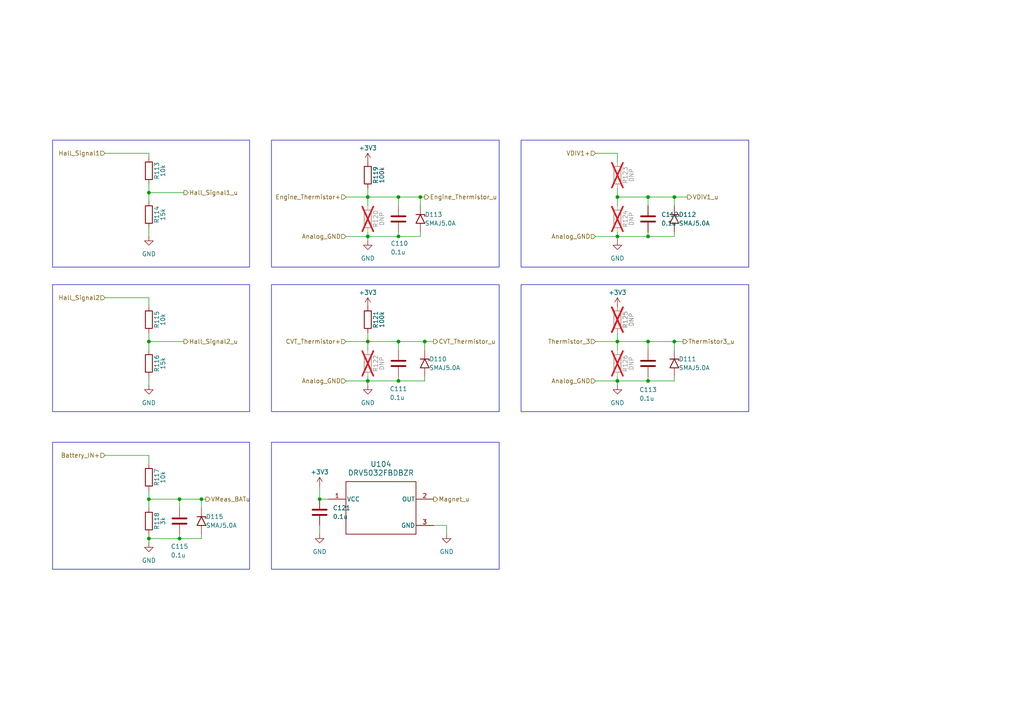
<source format=kicad_sch>
(kicad_sch (version 20231120) (generator "eeschema") (generator_version "8.0")
  (paper "A4")
  (title_block (date "2025-02-11"))
  (lib_symbols
    (symbol "DRV5032:DRV5032FBDBZR" (pin_names (offset 0.254))
      (property "Reference" "U" (at 0 2.54 0))
      (property "Value" "DRV5032FBDBZR" (at 0 0 0))
      (symbol "DRV5032FBDBZR_0_1"
        (polyline (pts (xy 5.08 -10.16) (xy 25.4 -10.16)) (stroke (width 0.2032)))
        (polyline (pts (xy 5.08 5.08) (xy 5.08 -10.16)) (stroke (width 0.2032)))
        (polyline (pts (xy 25.4 -10.16) (xy 25.4 5.08)) (stroke (width 0.2032)))
        (polyline (pts (xy 25.4 5.08) (xy 5.08 5.08)) (stroke (width 0.2032)))
        (pin power_in line (at 0 0 0) (length 5.08) (name "VCC") (number "1"))
        (pin open_collector line (at 30.48 0 180) (length 5.08) (name "OUT") (number "2"))
        (pin power_in line (at 30.48 -7.62 180) (length 5.08) (name "GND") (number "3"))
      )
    )
    (symbol "Device:C" (pin_numbers hide) (pin_names (offset 0.254))
      (property "Reference" "C" (at 0.635 2.54 0))
      (property "Value" "C" (at 0.635 -2.54 0))
      (symbol "C_0_1"
        (polyline (pts (xy -2.032 -0.762) (xy 2.032 -0.762)) (stroke (width 0.508)))
        (polyline (pts (xy -2.032 0.762) (xy 2.032 0.762)) (stroke (width 0.508)))
      )
      (symbol "C_1_1"
        (pin passive line (at 0 3.81 270) (length 2.794) (name "~") (number "1"))
        (pin passive line (at 0 -3.81 90) (length 2.794) (name "~") (number "2"))
      )
    )
    (symbol "Device:R" (pin_numbers hide) (pin_names (offset 0))
      (property "Reference" "R" (at 2.032 0 90))
      (property "Value" "R" (at 0 0 90))
      (symbol "R_0_1"
        (rectangle (start -1.016 -2.54) (end 1.016 2.54) (stroke (width 0.254)))
      )
      (symbol "R_1_1"
        (pin passive line (at 0 3.81 270) (length 1.27) (name "~") (number "1"))
        (pin passive line (at 0 -3.81 90) (length 1.27) (name "~") (number "2"))
      )
    )
    (symbol "Diode:SMAJ5.0A" (pin_numbers hide) (pin_names (offset 1.016) hide)
      (property "Reference" "D" (at 0 2.54 0))
      (property "Value" "SMAJ5.0A" (at 0 -2.54 0))
      (symbol "SMAJ5.0A_0_1"
        (polyline (pts (xy -0.762 1.27) (xy -1.27 1.27) (xy -1.27 -1.27)) (stroke (width 0.254)))
        (polyline (pts (xy 1.27 1.27) (xy 1.27 -1.27) (xy -1.27 0) (xy 1.27 1.27)) (stroke (width 0.254)))
      )
      (symbol "SMAJ5.0A_1_1"
        (pin passive line (at -3.81 0 0) (length 2.54) (name "A1") (number "1"))
        (pin passive line (at 3.81 0 180) (length 2.54) (name "A2") (number "2"))
      )
    )
    (symbol "power:+3V3" (power) (pin_numbers hide) (pin_names (offset 0) hide)
      (property "Value" "+3V3" (at 0 3.556 0))
      (symbol "+3V3_0_1"
        (polyline (pts (xy -0.762 1.27) (xy 0 2.54)))
        (polyline (pts (xy 0 0) (xy 0 2.54)))
        (polyline (pts (xy 0 2.54) (xy 0.762 1.27)))
      )
      (symbol "+3V3_1_1"
        (pin power_in line (at 0 0 90) (length 0) (name "~") (number "1"))
      )
    )
    (symbol "power:GND" (power) (pin_numbers hide) (pin_names (offset 0) hide)
      (property "Value" "GND" (at 0 -3.81 0))
      (symbol "GND_0_1"
        (polyline (pts (xy 0 0) (xy 0 -1.27) (xy 1.27 -1.27) (xy 0 -2.54) (xy -1.27 -1.27) (xy 0 -1.27)))
      )
      (symbol "GND_1_1"
        (pin power_in line (at 0 0 270) (length 0) (name "~") (number "1"))
      )
    )
  )
  (junction (at 106.68 57.15))
  (junction (at 43.18 55.88))
  (junction (at 187.96 110.49))
  (junction (at 43.18 144.78))
  (junction (at 115.57 57.15))
  (junction (at 195.58 57.15))
  (junction (at 43.18 99.06))
  (junction (at 179.07 57.15))
  (junction (at 179.07 68.58))
  (junction (at 187.96 68.58))
  (junction (at 92.71 144.78))
  (junction (at 106.68 68.58))
  (junction (at 187.96 57.15))
  (junction (at 179.07 110.49))
  (junction (at 121.92 57.15))
  (junction (at 187.96 99.06))
  (junction (at 52.07 144.78))
  (junction (at 115.57 110.49))
  (junction (at 43.18 156.21))
  (junction (at 58.42 144.78))
  (junction (at 179.07 99.06))
  (junction (at 106.68 99.06))
  (junction (at 52.07 156.21))
  (junction (at 195.58 99.06))
  (junction (at 115.57 68.58))
  (junction (at 123.19 99.06))
  (junction (at 115.57 99.06))
  (junction (at 106.68 110.49))
  (wire (pts (xy 115.57 67.31) (xy 115.57 68.58)))
  (wire (pts (xy 43.18 44.45) (xy 43.18 45.72)))
  (wire (pts (xy 129.54 154.94) (xy 129.54 152.4)))
  (wire (pts (xy 106.68 57.15) (xy 115.57 57.15)))
  (wire (pts (xy 129.54 152.4) (xy 125.73 152.4)))
  (wire (pts (xy 106.68 54.61) (xy 106.68 57.15)))
  (wire (pts (xy 115.57 110.49) (xy 106.68 110.49)))
  (wire (pts (xy 43.18 55.88) (xy 43.18 58.42)))
  (wire (pts (xy 179.07 110.49) (xy 179.07 111.76)))
  (wire (pts (xy 123.19 109.22) (xy 123.19 110.49)))
  (wire (pts (xy 172.72 110.49) (xy 179.07 110.49)))
  (wire (pts (xy 92.71 144.78) (xy 95.25 144.78)))
  (wire (pts (xy 179.07 54.61) (xy 179.07 57.15)))
  (wire (pts (xy 115.57 99.06) (xy 115.57 101.6)))
  (wire (pts (xy 179.07 99.06) (xy 179.07 101.6)))
  (wire (pts (xy 172.72 68.58) (xy 179.07 68.58)))
  (wire (pts (xy 123.19 99.06) (xy 125.73 99.06)))
  (wire (pts (xy 43.18 99.06) (xy 43.18 101.6)))
  (wire (pts (xy 115.57 68.58) (xy 106.68 68.58)))
  (wire (pts (xy 187.96 67.31) (xy 187.96 68.58)))
  (wire (pts (xy 115.57 109.22) (xy 115.57 110.49)))
  (wire (pts (xy 43.18 132.08) (xy 43.18 134.62)))
  (wire (pts (xy 195.58 67.31) (xy 195.58 68.58)))
  (wire (pts (xy 43.18 53.34) (xy 43.18 55.88)))
  (wire (pts (xy 172.72 44.45) (xy 179.07 44.45)))
  (wire (pts (xy 43.18 99.06) (xy 53.34 99.06)))
  (wire (pts (xy 30.48 44.45) (xy 43.18 44.45)))
  (wire (pts (xy 58.42 144.78) (xy 58.42 147.32)))
  (wire (pts (xy 195.58 99.06) (xy 198.12 99.06)))
  (wire (pts (xy 43.18 156.21) (xy 52.07 156.21)))
  (wire (pts (xy 92.71 140.97) (xy 92.71 144.78)))
  (wire (pts (xy 43.18 144.78) (xy 52.07 144.78)))
  (wire (pts (xy 106.68 68.58) (xy 106.68 69.85)))
  (wire (pts (xy 123.19 110.49) (xy 115.57 110.49)))
  (wire (pts (xy 30.48 86.36) (xy 43.18 86.36)))
  (wire (pts (xy 43.18 156.21) (xy 43.18 157.48)))
  (wire (pts (xy 106.68 110.49) (xy 106.68 111.76)))
  (wire (pts (xy 179.07 67.31) (xy 179.07 68.58)))
  (wire (pts (xy 100.33 110.49) (xy 106.68 110.49)))
  (wire (pts (xy 195.58 68.58) (xy 187.96 68.58)))
  (wire (pts (xy 100.33 57.15) (xy 106.68 57.15)))
  (wire (pts (xy 58.42 144.78) (xy 59.69 144.78)))
  (wire (pts (xy 106.68 109.22) (xy 106.68 110.49)))
  (wire (pts (xy 43.18 55.88) (xy 53.34 55.88)))
  (wire (pts (xy 115.57 57.15) (xy 121.92 57.15)))
  (wire (pts (xy 43.18 154.94) (xy 43.18 156.21)))
  (wire (pts (xy 121.92 67.31) (xy 121.92 68.58)))
  (wire (pts (xy 92.71 152.4) (xy 92.71 154.94)))
  (wire (pts (xy 187.96 57.15) (xy 195.58 57.15)))
  (wire (pts (xy 195.58 57.15) (xy 199.39 57.15)))
  (wire (pts (xy 179.07 96.52) (xy 179.07 99.06)))
  (wire (pts (xy 172.72 99.06) (xy 179.07 99.06)))
  (wire (pts (xy 43.18 96.52) (xy 43.18 99.06)))
  (wire (pts (xy 123.19 99.06) (xy 123.19 101.6)))
  (wire (pts (xy 195.58 109.22) (xy 195.58 110.49)))
  (wire (pts (xy 106.68 96.52) (xy 106.68 99.06)))
  (wire (pts (xy 179.07 109.22) (xy 179.07 110.49)))
  (wire (pts (xy 195.58 99.06) (xy 195.58 101.6)))
  (wire (pts (xy 187.96 57.15) (xy 187.96 59.69)))
  (wire (pts (xy 121.92 57.15) (xy 121.92 59.69)))
  (wire (pts (xy 187.96 110.49) (xy 195.58 110.49)))
  (wire (pts (xy 52.07 154.94) (xy 52.07 156.21)))
  (wire (pts (xy 179.07 68.58) (xy 179.07 69.85)))
  (wire (pts (xy 43.18 144.78) (xy 43.18 147.32)))
  (wire (pts (xy 115.57 57.15) (xy 115.57 59.69)))
  (wire (pts (xy 179.07 44.45) (xy 179.07 46.99)))
  (wire (pts (xy 179.07 99.06) (xy 187.96 99.06)))
  (wire (pts (xy 187.96 109.22) (xy 187.96 110.49)))
  (wire (pts (xy 195.58 57.15) (xy 195.58 59.69)))
  (wire (pts (xy 187.96 99.06) (xy 187.96 101.6)))
  (wire (pts (xy 30.48 132.08) (xy 43.18 132.08)))
  (wire (pts (xy 121.92 57.15) (xy 123.19 57.15)))
  (wire (pts (xy 100.33 99.06) (xy 106.68 99.06)))
  (wire (pts (xy 106.68 99.06) (xy 115.57 99.06)))
  (wire (pts (xy 100.33 68.58) (xy 106.68 68.58)))
  (wire (pts (xy 58.42 156.21) (xy 52.07 156.21)))
  (wire (pts (xy 187.96 110.49) (xy 179.07 110.49)))
  (wire (pts (xy 179.07 57.15) (xy 187.96 57.15)))
  (wire (pts (xy 52.07 144.78) (xy 58.42 144.78)))
  (wire (pts (xy 179.07 57.15) (xy 179.07 59.69)))
  (wire (pts (xy 58.42 154.94) (xy 58.42 156.21)))
  (wire (pts (xy 43.18 109.22) (xy 43.18 111.76)))
  (wire (pts (xy 106.68 57.15) (xy 106.68 59.69)))
  (wire (pts (xy 52.07 144.78) (xy 52.07 147.32)))
  (wire (pts (xy 187.96 99.06) (xy 195.58 99.06)))
  (wire (pts (xy 43.18 66.04) (xy 43.18 68.58)))
  (wire (pts (xy 115.57 99.06) (xy 123.19 99.06)))
  (wire (pts (xy 115.57 68.58) (xy 121.92 68.58)))
  (wire (pts (xy 187.96 68.58) (xy 179.07 68.58)))
  (wire (pts (xy 106.68 67.31) (xy 106.68 68.58)))
  (wire (pts (xy 43.18 142.24) (xy 43.18 144.78)))
  (wire (pts (xy 43.18 86.36) (xy 43.18 88.9)))
  (wire (pts (xy 106.68 99.06) (xy 106.68 101.6)))
  (rectangle (start 15.24 82.55) (end 72.39 119.38))
  (rectangle (start 15.24 40.64) (end 72.39 77.47))
  (rectangle (start 15.24 128.27) (end 72.39 165.1))
  (rectangle (start 78.74 128.27) (end 144.78 165.1))
  (rectangle (start 151.13 40.64) (end 217.17 77.47))
  (rectangle (start 78.74 40.64) (end 144.78 77.47))
  (rectangle (start 151.13 82.55) (end 217.17 119.38))
  (rectangle (start 78.74 82.55) (end 144.78 119.38))
  (hierarchical_label "VMeas_BATu" (shape output) (at 59.69 144.78 0))
  (hierarchical_label "VDIV1_u" (shape output) (at 199.39 57.15 0))
  (hierarchical_label "Thermistor_3" (shape input) (at 172.72 99.06 180))
  (hierarchical_label "Hall_Signal1" (shape input) (at 30.48 44.45 180))
  (hierarchical_label "VDIV1+" (shape input) (at 172.72 44.45 180))
  (hierarchical_label "CVT_Thermistor+" (shape input) (at 100.33 99.06 180))
  (hierarchical_label "Battery_IN+" (shape input) (at 30.48 132.08 180))
  (hierarchical_label "Hall_Signal2_u" (shape output) (at 53.34 99.06 0))
  (hierarchical_label "Analog_GND" (shape input) (at 100.33 110.49 180))
  (hierarchical_label "CVT_Thermistor_u" (shape output) (at 125.73 99.06 0))
  (hierarchical_label "Engine_Thermistor_u" (shape output) (at 123.19 57.15 0))
  (hierarchical_label "Analog_GND" (shape input) (at 172.72 110.49 180))
  (hierarchical_label "Magnet_u" (shape output) (at 125.73 144.78 0))
  (hierarchical_label "Hall_Signal1_u" (shape output) (at 53.34 55.88 0))
  (hierarchical_label "Thermistor3_u" (shape output) (at 198.12 99.06 0))
  (hierarchical_label "Analog_GND" (shape input) (at 100.33 68.58 180))
  (hierarchical_label "Analog_GND" (shape input) (at 172.72 68.58 180))
  (hierarchical_label "Engine_Thermistor+" (shape input) (at 100.33 57.15 180))
  (hierarchical_label "Hall_Signal2" (shape input) (at 30.48 86.36 180))
  (symbol (lib_id "Device:R") (at 179.07 105.41 180) (unit 1) (dnp yes)
    (property "Reference" "R126" (at 181.356 105.41 90))
    (property "Value" "DNP" (at 183.134 105.41 90))
    (property "Footprint" "Resistor_SMD:R_0603_1608Metric_Pad0.98x0.95mm_HandSolder" (effects (hide yes)))
    (property "Description" "Resistor" (effects (hide yes)))
  )
  (symbol (lib_id "power:GND") (at 43.18 111.76 0) (unit 1)
    (property "Reference" "#PWR0126" (effects (hide yes)))
    (property "Value" "GND" (at 43.18 116.84 0))
    (property "Description" "Power symbol creates a global label with name \"GND\" , ground" (effects (hide yes)))
  )
  (symbol (lib_id "Diode:SMAJ5.0A") (at 195.58 105.41 270) (unit 1)
    (property "Reference" "D111" (at 196.85 104.14 90) (effects (justify left)))
    (property "Value" "SMAJ5.0A" (at 196.85 106.68 90) (effects (justify left)))
    (property "Footprint" "Diode_SMD:D_SMA" (effects (hide yes)))
    (property "Datasheet" "https://www.littelfuse.com/media?resourcetype=datasheets&itemid=75e32973-b177-4ee3-a0ff-cedaf1abdb93&filename=smaj-datasheet" (effects (hide yes)))
    (property "Description" "400W unidirectional Transient Voltage Suppressor, 5.0Vr, SMA(DO-214AC)" (effects (hide yes)))
    (property "DIGIKEY LINK" "https://www.digikey.com/en/products/detail/littelfuse-inc/SMAJ5-0A/762250" (effects (hide yes)))
  )
  (symbol (lib_id "Device:R") (at 106.68 63.5 180) (unit 1) (dnp yes)
    (property "Reference" "R120" (at 108.966 63.5 90))
    (property "Value" "DNP" (at 110.744 63.5 90))
    (property "Footprint" "Resistor_SMD:R_0603_1608Metric_Pad0.98x0.95mm_HandSolder" (effects (hide yes)))
    (property "Description" "Resistor" (effects (hide yes)))
  )
  (symbol (lib_id "power:GND") (at 179.07 69.85 0) (unit 1)
    (property "Reference" "#PWR0119" (effects (hide yes)))
    (property "Value" "GND" (at 179.07 74.93 0))
    (property "Description" "Power symbol creates a global label with name \"GND\" , ground" (effects (hide yes)))
  )
  (symbol (lib_id "Device:R") (at 179.07 92.71 180) (unit 1) (dnp yes)
    (property "Reference" "R125" (at 181.356 92.71 90))
    (property "Value" "DNP" (at 183.134 92.71 90))
    (property "Footprint" "Resistor_SMD:R_0603_1608Metric_Pad0.98x0.95mm_HandSolder" (effects (hide yes)))
    (property "Description" "Resistor" (effects (hide yes)))
  )
  (symbol (lib_id "DRV5032:DRV5032FBDBZR") (at 95.25 144.78 0) (unit 1)
    (property "Reference" "U104" (at 110.49 134.62 0) (effects (font (size 1.524 1.524))))
    (property "Value" "DRV5032FBDBZR" (at 110.49 137.16 0) (effects (font (size 1.524 1.524))))
    (property "Footprint" "DRV5032:DBZ0003A-IPC_A" (effects (hide yes)))
    (property "Datasheet" "DRV5032FBDBZR" (effects (hide yes)))
    (property "DIGIKEY LINK" "https://www.digikey.com/en/products/detail/texas-instruments/DRV5032FBDBZR/7173718" (effects (hide yes)))
  )
  (symbol (lib_id "Device:R") (at 179.07 63.5 180) (unit 1) (dnp yes)
    (property "Reference" "R124" (at 181.356 63.5 90))
    (property "Value" "DNP" (at 183.134 63.5 90))
    (property "Footprint" "Resistor_SMD:R_0603_1608Metric_Pad0.98x0.95mm_HandSolder" (effects (hide yes)))
    (property "Description" "Resistor" (effects (hide yes)))
  )
  (symbol (lib_id "power:+3V3") (at 106.68 88.9 0) (unit 1)
    (property "Reference" "#PWR0116" (effects (hide yes)))
    (property "Value" "+3V3" (at 106.68 84.836 0))
    (property "Description" "Power symbol creates a global label with name \"+3V3\"" (effects (hide yes)))
  )
  (symbol (lib_id "power:GND") (at 43.18 68.58 0) (unit 1)
    (property "Reference" "#PWR0125" (effects (hide yes)))
    (property "Value" "GND" (at 43.18 73.66 0))
    (property "Description" "Power symbol creates a global label with name \"GND\" , ground" (effects (hide yes)))
  )
  (symbol (lib_id "power:GND") (at 43.18 157.48 0) (unit 1)
    (property "Reference" "#PWR0127" (effects (hide yes)))
    (property "Value" "GND" (at 43.18 162.56 0))
    (property "Description" "Power symbol creates a global label with name \"GND\" , ground" (effects (hide yes)))
  )
  (symbol (lib_id "Device:C") (at 115.57 63.5 0) (unit 1)
    (property "Reference" "C110" (at 113.284 70.612 0) (effects (justify left)))
    (property "Value" "0.1u" (at 113.284 73.152 0) (effects (justify left)))
    (property "Footprint" "Capacitor_SMD:C_0603_1608Metric_Pad1.08x0.95mm_HandSolder" (effects (hide yes)))
    (property "Description" "Unpolarized capacitor" (effects (hide yes)))
    (property "DIGIKEY LINK" "https://www.digikey.com/en/products/detail/murata-electronics/GCJ188R71E104KA12D/7363221" (effects (hide yes)))
  )
  (symbol (lib_id "Device:R") (at 106.68 50.8 180) (unit 1)
    (property "Reference" "R119" (at 108.966 50.8 90))
    (property "Value" "100k" (at 110.744 50.8 90))
    (property "Footprint" "Resistor_SMD:R_0603_1608Metric_Pad0.98x0.95mm_HandSolder" (effects (hide yes)))
    (property "Description" "Resistor" (effects (hide yes)))
    (property "DIGIKEY LINK" "https://www.digikey.com/en/products/detail/yageo/RC0603FR-07100KL/726889" (effects (hide yes)))
  )
  (symbol (lib_id "power:+3V3") (at 92.71 140.97 0) (unit 1)
    (property "Reference" "#PWR0152" (effects (hide yes)))
    (property "Value" "+3V3" (at 92.71 136.906 0))
    (property "Description" "Power symbol creates a global label with name \"+3V3\"" (effects (hide yes)))
  )
  (symbol (lib_id "Device:C") (at 115.57 105.41 0) (unit 1)
    (property "Reference" "C111" (at 113.03 112.776 0) (effects (justify left)))
    (property "Value" "0.1u" (at 113.03 115.316 0) (effects (justify left)))
    (property "Footprint" "Capacitor_SMD:C_0603_1608Metric_Pad1.08x0.95mm_HandSolder" (effects (hide yes)))
    (property "Description" "Unpolarized capacitor" (effects (hide yes)))
    (property "DIGIKEY LINK" "https://www.digikey.com/en/products/detail/murata-electronics/GCJ188R71E104KA12D/7363221" (effects (hide yes)))
  )
  (symbol (lib_id "Diode:SMAJ5.0A") (at 121.92 63.5 270) (unit 1)
    (property "Reference" "D113" (at 123.19 62.23 90) (effects (justify left)))
    (property "Value" "SMAJ5.0A" (at 123.19 64.77 90) (effects (justify left)))
    (property "Footprint" "Diode_SMD:D_SMA" (effects (hide yes)))
    (property "Datasheet" "https://www.littelfuse.com/media?resourcetype=datasheets&itemid=75e32973-b177-4ee3-a0ff-cedaf1abdb93&filename=smaj-datasheet" (effects (hide yes)))
    (property "Description" "400W unidirectional Transient Voltage Suppressor, 5.0Vr, SMA(DO-214AC)" (effects (hide yes)))
    (property "DIGIKEY LINK" "https://www.digikey.com/en/products/detail/littelfuse-inc/SMAJ5-0A/762250" (effects (hide yes)))
  )
  (symbol (lib_id "Device:C") (at 187.96 105.41 0) (unit 1)
    (property "Reference" "C113" (at 185.42 113.03 0) (effects (justify left)))
    (property "Value" "0.1u" (at 185.42 115.57 0) (effects (justify left)))
    (property "Footprint" "Capacitor_SMD:C_0603_1608Metric_Pad1.08x0.95mm_HandSolder" (effects (hide yes)))
    (property "Description" "Unpolarized capacitor" (effects (hide yes)))
    (property "DIGIKEY LINK" "https://www.digikey.com/en/products/detail/murata-electronics/GCJ188R71E104KA12D/7363221" (effects (hide yes)))
  )
  (symbol (lib_id "Device:R") (at 106.68 105.41 180) (unit 1) (dnp yes)
    (property "Reference" "R122" (at 108.966 105.41 90))
    (property "Value" "DNP" (at 110.744 105.41 90))
    (property "Footprint" "Resistor_SMD:R_0603_1608Metric_Pad0.98x0.95mm_HandSolder" (effects (hide yes)))
    (property "Description" "Resistor" (effects (hide yes)))
  )
  (symbol (lib_id "power:GND") (at 106.68 69.85 0) (unit 1)
    (property "Reference" "#PWR0114" (effects (hide yes)))
    (property "Value" "GND" (at 106.68 74.93 0))
    (property "Description" "Power symbol creates a global label with name \"GND\" , ground" (effects (hide yes)))
  )
  (symbol (lib_id "power:+3V3") (at 106.68 46.99 0) (unit 1)
    (property "Reference" "#PWR0115" (effects (hide yes)))
    (property "Value" "+3V3" (at 106.68 42.926 0))
    (property "Description" "Power symbol creates a global label with name \"+3V3\"" (effects (hide yes)))
  )
  (symbol (lib_id "Device:C") (at 92.71 148.59 0) (unit 1)
    (property "Reference" "C121" (at 96.52 147.3199 0) (effects (justify left)))
    (property "Value" "0.1u" (at 96.52 149.8599 0) (effects (justify left)))
    (property "Footprint" "Capacitor_SMD:C_0603_1608Metric_Pad1.08x0.95mm_HandSolder" (effects (hide yes)))
    (property "Description" "Unpolarized capacitor" (effects (hide yes)))
    (property "DIGIKEY LINK" "https://www.digikey.com/en/products/detail/murata-electronics/GCJ188R71E104KA12D/7363221" (effects (hide yes)))
  )
  (symbol (lib_id "Diode:SMAJ5.0A") (at 58.42 151.13 270) (unit 1)
    (property "Reference" "D115" (at 59.69 149.86 90) (effects (justify left)))
    (property "Value" "SMAJ5.0A" (at 59.69 152.4 90) (effects (justify left)))
    (property "Footprint" "Diode_SMD:D_SMA" (effects (hide yes)))
    (property "Datasheet" "https://www.littelfuse.com/media?resourcetype=datasheets&itemid=75e32973-b177-4ee3-a0ff-cedaf1abdb93&filename=smaj-datasheet" (effects (hide yes)))
    (property "Description" "400W unidirectional Transient Voltage Suppressor, 5.0Vr, SMA(DO-214AC)" (effects (hide yes)))
    (property "DIGIKEY LINK" "https://www.digikey.com/en/products/detail/littelfuse-inc/SMAJ5-0A/762250" (effects (hide yes)))
  )
  (symbol (lib_id "Device:C") (at 52.07 151.13 0) (unit 1)
    (property "Reference" "C115" (at 49.53 158.496 0) (effects (justify left)))
    (property "Value" "0.1u" (at 49.53 161.036 0) (effects (justify left)))
    (property "Footprint" "Capacitor_SMD:C_0603_1608Metric_Pad1.08x0.95mm_HandSolder" (effects (hide yes)))
    (property "Description" "Unpolarized capacitor" (effects (hide yes)))
    (property "DIGIKEY LINK" "https://www.digikey.com/en/products/detail/murata-electronics/GCJ188R71E104KA12D/7363221" (effects (hide yes)))
  )
  (symbol (lib_id "Device:R") (at 179.07 50.8 180) (unit 1) (dnp yes)
    (property "Reference" "R123" (at 181.356 50.8 90))
    (property "Value" "DNP" (at 183.134 50.8 90))
    (property "Footprint" "Resistor_SMD:R_0603_1608Metric_Pad0.98x0.95mm_HandSolder" (effects (hide yes)))
    (property "Description" "Resistor" (effects (hide yes)))
  )
  (symbol (lib_id "Device:R") (at 43.18 105.41 180) (unit 1)
    (property "Reference" "R116" (at 45.466 105.41 90))
    (property "Value" "15k" (at 47.244 105.41 90))
    (property "Footprint" "Resistor_SMD:R_0603_1608Metric_Pad0.98x0.95mm_HandSolder" (effects (hide yes)))
    (property "Description" "Resistor" (effects (hide yes)))
    (property "DIGIKEY LINK" "https://www.digikey.com/en/products/detail/yageo/RC0603FR-0715KL/726953" (effects (hide yes)))
  )
  (symbol (lib_id "power:GND") (at 106.68 111.76 0) (unit 1)
    (property "Reference" "#PWR0117" (effects (hide yes)))
    (property "Value" "GND" (at 106.68 116.84 0))
    (property "Description" "Power symbol creates a global label with name \"GND\" , ground" (effects (hide yes)))
  )
  (symbol (lib_id "Device:C") (at 187.96 63.5 0) (unit 1)
    (property "Reference" "C112" (at 191.77 62.2299 0) (effects (justify left)))
    (property "Value" "0.1u" (at 191.77 64.7699 0) (effects (justify left)))
    (property "Footprint" "Capacitor_SMD:C_0603_1608Metric_Pad1.08x0.95mm_HandSolder" (effects (hide yes)))
    (property "Description" "Unpolarized capacitor" (effects (hide yes)))
    (property "DIGIKEY LINK" "https://www.digikey.com/en/products/detail/murata-electronics/GCJ188R71E104KA12D/7363221" (effects (hide yes)))
  )
  (symbol (lib_id "Device:R") (at 43.18 49.53 180) (unit 1)
    (property "Reference" "R113" (at 45.466 49.53 90))
    (property "Value" "10k" (at 47.244 49.53 90))
    (property "Footprint" "Resistor_SMD:R_0603_1608Metric_Pad0.98x0.95mm_HandSolder" (effects (hide yes)))
    (property "Description" "Resistor" (effects (hide yes)))
    (property "DIGIKEY LINK" "https://www.digikey.com/en/products/detail/yageo/RC0603FR-0710KL/726880" (effects (hide yes)))
  )
  (symbol (lib_id "Diode:SMAJ5.0A") (at 195.58 63.5 270) (unit 1)
    (property "Reference" "D112" (at 196.85 62.23 90) (effects (justify left)))
    (property "Value" "SMAJ5.0A" (at 196.85 64.77 90) (effects (justify left)))
    (property "Footprint" "Diode_SMD:D_SMA" (effects (hide yes)))
    (property "Datasheet" "https://www.littelfuse.com/media?resourcetype=datasheets&itemid=75e32973-b177-4ee3-a0ff-cedaf1abdb93&filename=smaj-datasheet" (effects (hide yes)))
    (property "Description" "400W unidirectional Transient Voltage Suppressor, 5.0Vr, SMA(DO-214AC)" (effects (hide yes)))
    (property "DIGIKEY LINK" "https://www.digikey.com/en/products/detail/littelfuse-inc/SMAJ5-0A/762250" (effects (hide yes)))
  )
  (symbol (lib_id "Device:R") (at 106.68 92.71 180) (unit 1)
    (property "Reference" "R121" (at 108.966 92.71 90))
    (property "Value" "100k" (at 110.744 92.71 90))
    (property "Footprint" "Resistor_SMD:R_0603_1608Metric_Pad0.98x0.95mm_HandSolder" (effects (hide yes)))
    (property "Description" "Resistor" (effects (hide yes)))
    (property "DIGIKEY LINK" "https://www.digikey.com/en/products/detail/yageo/RC0603FR-07100KL/726889" (effects (hide yes)))
  )
  (symbol (lib_id "power:GND") (at 92.71 154.94 0) (unit 1)
    (property "Reference" "#PWR0154" (effects (hide yes)))
    (property "Value" "GND" (at 92.71 160.02 0))
    (property "Description" "Power symbol creates a global label with name \"GND\" , ground" (effects (hide yes)))
  )
  (symbol (lib_id "Device:R") (at 43.18 92.71 180) (unit 1)
    (property "Reference" "R115" (at 45.466 92.71 90))
    (property "Value" "10k" (at 47.244 92.71 90))
    (property "Footprint" "Resistor_SMD:R_0603_1608Metric_Pad0.98x0.95mm_HandSolder" (effects (hide yes)))
    (property "Description" "Resistor" (effects (hide yes)))
    (property "DIGIKEY LINK" "https://www.digikey.com/en/products/detail/yageo/RC0603FR-0710KL/726880" (effects (hide yes)))
  )
  (symbol (lib_id "Device:R") (at 43.18 151.13 180) (unit 1)
    (property "Reference" "R118" (at 45.466 151.13 90))
    (property "Value" "3k" (at 47.244 151.13 90))
    (property "Footprint" "Resistor_SMD:R_0603_1608Metric_Pad0.98x0.95mm_HandSolder" (effects (hide yes)))
    (property "Description" "Resistor" (effects (hide yes)))
    (property "DIGIKEY LINK" "https://www.digikey.com/en/products/detail/yageo/RC0603FR-073KL/727119" (effects (hide yes)))
  )
  (symbol (lib_id "Device:R") (at 43.18 138.43 180) (unit 1)
    (property "Reference" "R117" (at 45.466 138.43 90))
    (property "Value" "10k" (at 47.244 138.43 90))
    (property "Footprint" "Resistor_SMD:R_0603_1608Metric_Pad0.98x0.95mm_HandSolder" (effects (hide yes)))
    (property "Description" "Resistor" (effects (hide yes)))
    (property "DIGIKEY LINK" "https://www.digikey.com/en/products/detail/yageo/RC0603FR-0710KL/726880" (effects (hide yes)))
  )
  (symbol (lib_id "power:GND") (at 129.54 154.94 0) (unit 1)
    (property "Reference" "#PWR0153" (effects (hide yes)))
    (property "Value" "GND" (at 129.54 160.02 0))
    (property "Description" "Power symbol creates a global label with name \"GND\" , ground" (effects (hide yes)))
  )
  (symbol (lib_id "Diode:SMAJ5.0A") (at 123.19 105.41 270) (unit 1)
    (property "Reference" "D110" (at 124.46 104.14 90) (effects (justify left)))
    (property "Value" "SMAJ5.0A" (at 124.46 106.68 90) (effects (justify left)))
    (property "Footprint" "Diode_SMD:D_SMA" (effects (hide yes)))
    (property "Datasheet" "https://www.littelfuse.com/media?resourcetype=datasheets&itemid=75e32973-b177-4ee3-a0ff-cedaf1abdb93&filename=smaj-datasheet" (effects (hide yes)))
    (property "Description" "400W unidirectional Transient Voltage Suppressor, 5.0Vr, SMA(DO-214AC)" (effects (hide yes)))
    (property "DIGIKEY LINK" "https://www.digikey.com/en/products/detail/littelfuse-inc/SMAJ5-0A/762250" (effects (hide yes)))
  )
  (symbol (lib_id "power:+3V3") (at 179.07 88.9 0) (unit 1)
    (property "Reference" "#PWR0159" (effects (hide yes)))
    (property "Value" "+3V3" (at 179.07 84.836 0))
    (property "Description" "Power symbol creates a global label with name \"+3V3\"" (effects (hide yes)))
  )
  (symbol (lib_id "power:GND") (at 179.07 111.76 0) (unit 1)
    (property "Reference" "#PWR0121" (effects (hide yes)))
    (property "Value" "GND" (at 179.07 116.84 0))
    (property "Description" "Power symbol creates a global label with name \"GND\" , ground" (effects (hide yes)))
  )
  (symbol (lib_id "Device:R") (at 43.18 62.23 180) (unit 1)
    (property "Reference" "R114" (at 45.466 62.23 90))
    (property "Value" "15k" (at 47.244 62.23 90))
    (property "Footprint" "Resistor_SMD:R_0603_1608Metric_Pad0.98x0.95mm_HandSolder" (effects (hide yes)))
    (property "Description" "Resistor" (effects (hide yes)))
    (property "DIGIKEY LINK" "https://www.digikey.com/en/products/detail/yageo/RC0603FR-0715KL/726953" (effects (hide yes)))
  )
)
</source>
